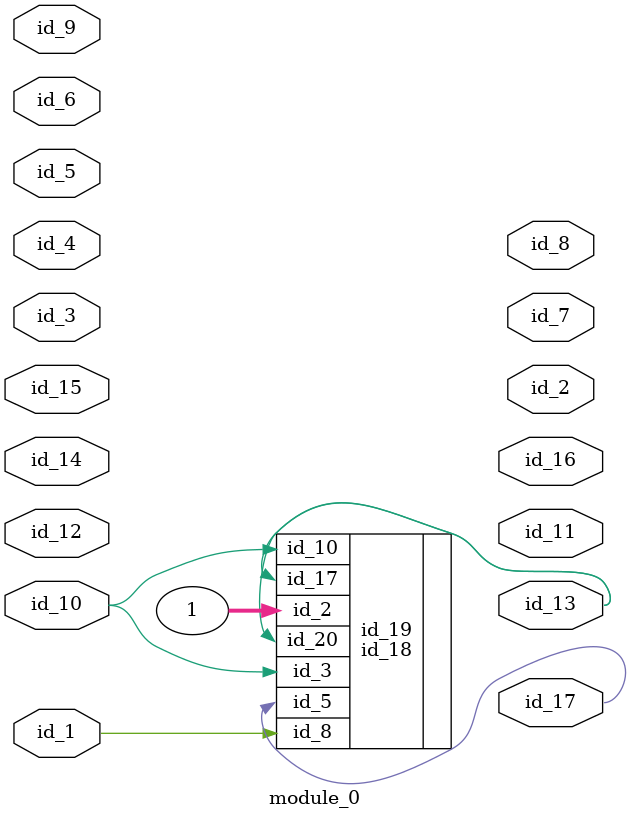
<source format=v>
`timescale 1ps / 1ps
module module_0 (
    id_1,
    id_2,
    id_3,
    id_4,
    id_5,
    id_6,
    id_7,
    id_8,
    id_9,
    id_10,
    id_11,
    id_12,
    id_13,
    id_14,
    id_15,
    id_16,
    id_17
);
  output id_17;
  output id_16;
  input id_15;
  input id_14;
  output id_13;
  input id_12;
  output id_11;
  input id_10;
  input id_9;
  output id_8;
  output id_7;
  input id_6;
  input id_5;
  input id_4;
  input id_3;
  output id_2;
  input id_1;
  id_18 id_19 (
      .id_2 (1),
      .id_8 (id_1),
      .id_10(id_3),
      .id_3 (id_10),
      .id_10(id_10),
      .id_5 (id_17),
      .id_17(id_13),
      .id_20(id_13)
  );
endmodule

</source>
